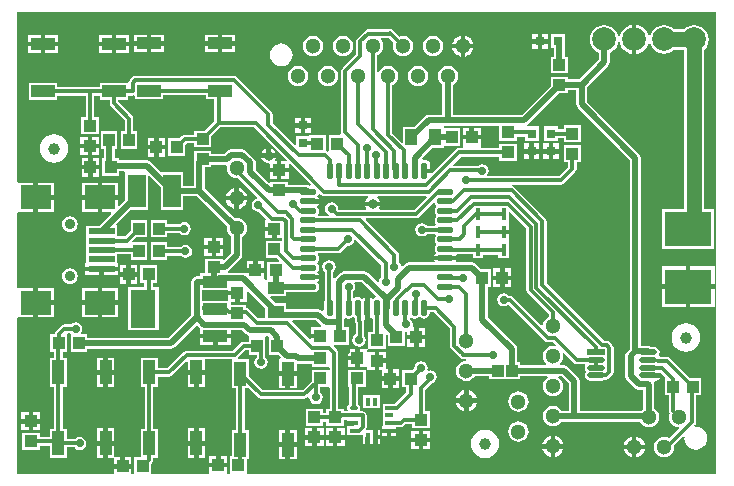
<source format=gtl>
%FSTAX23Y23*%
%MOMM*%
%SFA1B1*%

%IPPOS*%
%ADD10R,0.999998X1.099998*%
%ADD11R,1.099998X0.999998*%
%ADD12R,3.999992X2.999994*%
%ADD13R,0.999998X0.999998*%
%ADD14O,1.499997X0.499999*%
%ADD15R,1.499997X0.499999*%
%ADD16R,0.799998X0.799998*%
%ADD17R,0.799998X0.799998*%
%ADD18R,0.999998X1.399997*%
%ADD19R,1.499997X2.799994*%
%ADD20R,2.249995X0.499999*%
%ADD21R,2.499995X1.999996*%
%ADD22R,1.999996X0.999998*%
%ADD23R,1.999996X0.999998*%
%ADD24R,0.999998X1.999996*%
%ADD25R,0.999998X1.999996*%
%ADD26O,1.399997X0.549999*%
%ADD27O,0.549999X1.399997*%
%ADD28R,1.399997X0.999998*%
%ADD29R,2.149996X3.249994*%
%ADD30R,2.149996X0.999998*%
%ADD31R,0.329999X0.689999*%
%ADD32R,0.689999X0.329999*%
%ADD33O,0.689999X0.329999*%
%ADD34R,0.449999X0.999998*%
%ADD35R,1.699997X0.399999*%
%ADD36C,0.299999*%
%ADD37C,1.299997*%
%ADD38C,0.499999*%
%ADD39C,1.299997*%
%ADD40C,1.999996*%
%ADD41C,0.899998*%
%ADD42C,0.999998*%
%ADD43C,0.799998*%
%ADD44C,0.699999*%
%LNmain_board-1*%
%LPD*%
G36*
X31219Y18159D02*
Y17169D01*
X31169Y17139*
X31049Y16949*
X31009Y16759*
X30899Y16699*
X30109Y17489*
X29959Y17589*
X29779Y17619*
X28089*
X27919Y17589*
X27769Y17489*
X27279Y16999*
X27219Y17019*
X27159Y17049*
Y17559*
X27199Y17579*
X27319Y17769*
X27359Y17979*
X27319Y18199*
X27199Y18379*
X27009Y18499*
X26799Y18549*
X26579Y18499*
X26399Y18379*
X26279Y18199*
X26229Y17979*
X26279Y17769*
X26399Y17579*
X26439Y17559*
Y15209*
X26389Y15129*
X26349Y14939*
Y14299*
X26229Y14249*
X26219Y14259*
X26069Y14359*
X25889Y14399*
X23179*
Y14889*
X22289*
X21809Y15369*
X21859Y15489*
X23179*
Y15859*
X24479*
X24609Y15829*
X25459*
X25649Y15869*
X25809Y15979*
X25909Y16129*
X25949Y16319*
X25909Y16509*
X25809Y16659*
X25869Y16779*
X25959Y16909*
Y16929*
X25039*
Y17309*
X25959*
Y17329*
X25869Y17459*
X25809Y17579*
X25909Y17729*
X25949Y17919*
X25909Y18109*
X25819Y18239*
X25809Y18319*
X25819Y18399*
X25909Y18529*
X25949Y18719*
X25909Y18909*
X25829Y19029*
X25869Y19139*
X25879Y19159*
X27569*
X27709Y19189*
X27829Y19269*
X28349Y19789*
X28399Y19779*
X28609Y19819*
X28799Y19949*
X28919Y20129*
X28939Y20249*
X29079Y20299*
X31219Y18159*
G37*
G36*
X18089Y26609D02*
X18139Y26539D01*
Y26529*
X18109Y26339*
X18139Y26119*
X18229Y25909*
X18369Y25729*
X18539Y25589*
X18749Y25509*
X18969Y25479*
X19079Y25489*
X20699Y23869*
X20659Y23749*
X20589Y23739*
X20399Y23609*
X20279Y23429*
X20239Y23219*
X20279Y22999*
X20399Y22819*
X20589Y22689*
X20799Y22649*
X20849Y22659*
X21469Y22039*
X21419Y21919*
X21369*
Y21359*
X22169*
Y21169*
X22359*
Y20419*
X22769*
Y20169*
X21419*
Y18769*
X22369*
X22589Y18549*
X22539Y18429*
X21559*
Y16929*
X21449Y16889*
X21369*
X21319Y16999*
Y17489*
X19769*
X19699Y17439*
X19679Y17449*
X19509Y17479*
X18259*
X18219Y17609*
X18269Y17639*
X19299Y18669*
X19399Y18819*
X19439Y18999*
Y20539*
X19579Y20649*
X19719Y20829*
X19809Y21039*
X19829Y21259*
X19809Y21479*
X19719Y21689*
X19579Y21869*
X19399Y22009*
X19199Y22089*
X18969Y22119*
X18789Y22099*
X16289Y24599*
Y26409*
X16829*
Y26649*
X18039*
X18089Y26609*
G37*
G36*
X26149Y24079D02*
X26269Y23999D01*
X26399Y23979*
X30059*
X30099Y23849*
X30009Y23779*
X29909Y23649*
X29849Y23509*
X31109*
X31049Y23649*
X30949Y23779*
X30859Y23849*
X30899Y23979*
X35029*
X35079Y23859*
X34029Y22809*
X31079*
X31019Y22939*
X31049Y22989*
X31109Y23129*
X29849*
X29909Y22989*
X29939Y22939*
X29879Y22809*
X27659*
X27559Y22909*
X27519Y23129*
X27399Y23309*
X27219Y23429*
X26999Y23469*
X26779Y23429*
X26599Y23309*
X26479Y23129*
X26439Y22909*
X26479Y22689*
X26599Y22509*
X26759Y22409*
X26729Y22279*
X25879*
X25869Y22299*
X25829Y22409*
X25909Y22529*
X25949Y22719*
X25909Y22909*
X25809Y23059*
X25869Y23179*
X25959Y23309*
Y23329*
X25039*
Y23709*
X25959*
Y23729*
X25869Y23859*
X25809Y23979*
X25909Y24129*
X25919Y24159*
X26039Y24189*
X26149Y24079*
G37*
G36*
X59589Y00409D02*
X19929D01*
X19819Y00439*
Y00529*
Y01739*
X19989*
Y04149*
X19649*
Y07739*
X19979*
X20789Y06929*
X20899Y06859*
X21039Y06829*
X24699*
X24839Y06859*
X24959Y06929*
X25009Y06979*
X25119Y06919*
X25159Y06719*
X25279Y06539*
X25459Y06409*
X25679Y06369*
X25899Y06409*
X26079Y06539*
X26199Y06719*
X26239Y06929*
X26199Y07149*
X26079Y07329*
X26039Y07359*
Y07839*
X26809*
X26859Y07739*
Y05949*
X26549*
Y05599*
X26309*
Y05949*
X24799*
Y04539*
X26309*
Y04879*
X26549*
Y04539*
X28059*
Y05039*
X28279*
Y04939*
X28879*
Y04549*
X28279*
Y04329*
X28329*
Y03729*
X29429*
X29529Y03779*
X29639Y03719*
Y02969*
X29859*
Y03569*
X30249*
Y02969*
X30509*
Y03569*
Y04169*
X30019*
X29959Y04289*
X29989Y04409*
Y05399*
X29959Y05529*
X29879Y05649*
X29759Y05729*
X29629Y05759*
X29459*
X29409Y05819*
X29399Y05889*
Y05899*
X29429Y06049*
X29399Y06189*
X29319Y06309*
X29239Y06369*
Y07839*
X29939*
Y09209*
X30019Y09279*
X30049Y09289*
X30649*
Y10049*
Y10799*
X30119*
X30029*
X29989Y10909*
Y10959*
X30069Y11029*
X30099Y11039*
X31589*
Y12229*
X31719Y12289*
X31769Y12249*
Y11289*
X33179*
Y12469*
X33279Y12549*
X33319Y12539*
X33419Y12459*
Y12229*
X33979*
Y12839*
X33959*
X33859Y12969*
X33889Y13109*
X33849Y13319*
X33719Y13509*
X33639Y13559*
X33629Y13599*
X33639Y13649*
X33769Y13699*
X33849Y13639*
X34039Y13609*
X34219Y13639*
X34349Y13729*
X34439Y13739*
X34519Y13729*
X34649Y13639*
X34839Y13609*
X35019Y13639*
X35179Y13749*
X35289Y13909*
X35319Y14099*
Y14159*
X35659*
X37039Y12779*
Y11319*
X37069Y11179*
X37149Y11059*
X37839Y10369*
X37899Y10289*
X38009Y10209*
X38149Y10179*
X38389*
Y10049*
X38179Y10029*
X37969Y09939*
X37799Y09799*
X37659Y09629*
X37569Y09419*
X37539Y09189*
X37569Y08969*
X37659Y08759*
X37799Y08589*
X37969Y08449*
X38179Y08359*
X38399Y08329*
X38629Y08359*
X38839Y08449*
X39009Y08589*
X39129Y08729*
X40349*
Y08489*
X42959*
Y08729*
X45259*
X45289Y08669*
X45299Y08609*
X45139Y08479*
X44999Y08299*
X44909Y08099*
X44879Y07869*
X44909Y07649*
X44999Y07439*
X45139Y07269*
X45319Y07129*
X45519Y07039*
X45749Y07009*
X45969Y07039*
X46179Y07129*
X46349Y07269*
X46489Y07439*
X46579Y07649*
X46609Y07869*
X46579Y08099*
X46489Y08299*
X46349Y08479*
X46189Y08609*
X46199Y08669*
X46229Y08729*
X46469*
X47089Y08109*
Y05799*
X46469*
X46349Y05939*
X46179Y06079*
X45969Y06169*
X45749Y06189*
X45519Y06169*
X45319Y06079*
X45139Y05939*
X44999Y05759*
X44909Y05559*
X44879Y05329*
X44909Y05109*
X44999Y04899*
X45139Y04729*
X45319Y04589*
X45519Y04499*
X45749Y04469*
X45969Y04499*
X46179Y04589*
X46349Y04729*
X46469Y04869*
X53149*
Y04849*
X53289Y04669*
X53469Y04539*
X53679Y04449*
X53899Y04419*
X54119Y04449*
X54329Y04539*
X54509Y04669*
X54639Y04849*
X54729Y05059*
X54759Y05279*
X54729Y05509*
X54639Y05709*
X54509Y05889*
X54329Y06029*
X54309Y06039*
Y07999*
X54279Y08149*
X54289Y08189*
X54349Y08289*
X54499Y08319*
X54669Y08429*
X54779Y08599*
X53799*
Y08979*
X54299*
X54319*
X54829*
X54919Y09009*
X55249Y08679*
X55219Y08599*
Y07099*
X55559*
Y05799*
X55589Y05669*
X55639Y05579*
X55609Y05509*
X55579Y05279*
X55609Y05059*
X55689Y04849*
X55829Y04669*
X56009Y04539*
X56219Y04449*
X56389Y04429*
X56439Y04299*
X55609Y03479*
X55599Y03489*
X55389Y03569*
X55169Y03599*
X54949Y03569*
X54739Y03489*
X54559Y03349*
X54419Y03169*
X54339Y02969*
X54309Y02739*
X54339Y02519*
X54419Y02309*
X54559Y02129*
X54739Y01999*
X54949Y01909*
X55169Y01879*
X55389Y01909*
X55599Y01999*
X55779Y02129*
X55909Y02309*
X55999Y02519*
X56029Y02739*
X56009Y02859*
X56769Y03609*
X56889Y03549*
X56879Y03479*
X56909Y03229*
X57009Y02999*
X57159Y02799*
X57359Y02649*
X57589Y02549*
X57839Y02519*
X58089Y02549*
X58319Y02649*
X58519Y02799*
X58669Y02999*
X58769Y03229*
X58799Y03479*
X58769Y03729*
X58669Y03959*
X58519Y04159*
X58319Y04319*
X58089Y04409*
X57839Y04439*
X57769*
X57709Y04559*
X57749Y04589*
X57829Y04709*
X57849Y04849*
Y07099*
X58319*
Y08599*
X57379*
X55689Y10289*
X55569Y10369*
X55429Y10389*
X54769*
X54699Y10519*
X54729Y10569*
X54769Y10739*
X54729Y10919*
X54629Y11069*
X54479Y11169*
X54299Y11209*
X54079*
X53979Y11279*
X53799Y11309*
X53159*
Y27229*
X53129Y27409*
X53029Y27559*
X48629Y31949*
Y33199*
X50419Y34979*
X50519Y35129*
X50549Y35309*
Y36129*
X50699Y36189*
X50949Y36379*
X51139Y36629*
X51259Y36919*
X51269Y36979*
X51399*
X51409Y36909*
X51529Y36599*
X51729Y36339*
X51999Y36139*
X52299Y36009*
X52439Y35999*
Y37239*
Y38479*
X52299Y38459*
X51999Y38329*
X51729Y38129*
X51529Y37869*
X51409Y37559*
X51399Y37489*
X51269*
X51259Y37549*
X51139Y37839*
X50949Y38089*
X50699Y38289*
X50399Y38409*
X50089Y38449*
X49769Y38409*
X49479Y38289*
X49229Y38089*
X49039Y37839*
X48919Y37549*
X48879Y37239*
X48919Y36919*
X49039Y36629*
X49229Y36379*
X49479Y36189*
X49629Y36129*
Y35499*
X47979Y33849*
X47059*
Y34089*
X45549*
Y33289*
X43129Y30869*
X37319*
Y33419*
X37459Y33529*
X37599Y33709*
X37689Y33909*
X37719Y34139*
X37689Y34359*
X37599Y34569*
X37459Y34749*
X37289Y34879*
X37079Y34969*
X36859Y34999*
X36629Y34969*
X36429Y34879*
X36249Y34749*
X36109Y34569*
X36019Y34359*
X35989Y34139*
X36019Y33909*
X36109Y33709*
X36249Y33529*
X36389Y33419*
Y30869*
X35219*
X35039Y30829*
X34889Y30729*
X34019Y29859*
X33069*
Y28559*
X32949Y28509*
X32139Y29329*
Y33359*
X32209Y33389*
X32379Y33529*
X32519Y33709*
X32609Y33909*
X32639Y34139*
X32609Y34359*
X32519Y34569*
X32379Y34749*
X32209Y34879*
X31999Y34969*
X31779Y34999*
X31549Y34969*
X31349Y34879*
X31169Y34749*
X31029Y34569*
X30989Y34479*
X30869Y34499*
Y35899*
X30939Y35929*
X31109Y36069*
X31249Y36249*
X31339Y36449*
X31369Y36679*
X31339Y36899*
X31249Y37109*
X31149Y37239*
X31199Y37369*
X31839*
X32239Y36969*
X32209Y36899*
X32179Y36679*
X32209Y36449*
X32299Y36249*
X32439Y36069*
X32619Y35929*
X32819Y35849*
X33049Y35819*
X33269Y35849*
X33479Y35929*
X33649Y36069*
X33789Y36249*
X33879Y36449*
X33909Y36679*
X33879Y36899*
X33789Y37109*
X33649Y37289*
X33479Y37419*
X33269Y37509*
X33049Y37539*
X32819Y37509*
X32749Y37479*
X32179Y38049*
X32069Y38129*
X31929Y38159*
X31789Y38129*
X31739Y38089*
X30069*
X29929Y38059*
X29809Y37989*
X29199Y37369*
X29119Y37249*
X29089Y37109*
Y35989*
X27929Y34829*
X27849Y34709*
X27819Y34569*
Y29359*
X27829Y29299*
X27739Y29179*
X26789*
Y27799*
X26739Y27759*
X26659Y27739*
X26569Y27799*
X26499Y27819*
Y29179*
X25089*
Y29059*
X23979*
Y28369*
X23869Y28319*
X22009Y30179*
Y30899*
X21979Y31039*
X21899Y31159*
X18999Y34059*
X18889Y34139*
X18749Y34159*
X10389*
X10249Y34139*
X10129Y34059*
X09899Y33819*
X09819Y33699*
X09789Y33569*
Y33549*
X07379*
Y33209*
X03789*
Y33549*
X01379*
Y32149*
X03789*
Y32489*
X06169*
Y30639*
X05769*
Y29229*
X07279*
Y30639*
X06889*
Y32489*
X07379*
Y32149*
X08229*
Y31819*
X08259Y31689*
X08329Y31569*
X09509Y30399*
Y29459*
X09159*
Y27949*
X10569*
Y29459*
X10229*
Y30539*
X10199Y30679*
X10119Y30799*
X08949Y31969*
Y32149*
X09789*
Y32489*
X10149*
X10219Y32499*
X10349Y32419*
Y32199*
X12759*
Y32539*
X16349*
Y32199*
X17079*
Y30319*
X16279Y29519*
X15319*
Y29179*
X14579*
X14439Y29149*
X14319Y29069*
X14119Y28869*
X13179*
Y27359*
X14579*
Y28309*
X14729Y28459*
X15319*
Y28109*
X16829*
Y29049*
X17589Y29809*
X20419*
X23189Y27049*
X23139Y26929*
X22749*
Y26359*
X23359*
Y26709*
X23479Y26759*
X25229Y24999*
X25189Y24859*
X25139Y24849*
X25059Y24899*
X24879Y24939*
X23309*
Y25179*
X21799*
Y25169*
X21679Y25119*
X20589Y26219*
Y26819*
X20549Y26989*
X20449Y27139*
X19779Y27819*
X19629Y27919*
X19449Y27959*
X18499*
X18319Y27919*
X18169Y27819*
X17929Y27579*
X16829*
Y27819*
X15319*
Y26409*
X15359*
Y24869*
X14439*
Y26009*
X12539*
X11679Y26869*
X11529Y26969*
X11359Y26999*
X08999*
Y27169*
X08629*
Y27949*
X08869*
Y29459*
X07459*
Y27949*
X07699*
Y27169*
X07589*
Y25659*
X08999*
Y26079*
X09439*
X09539Y26009*
Y23669*
X09019Y23159*
X08909Y23199*
Y23669*
X07589*
Y22599*
X08299*
X08349Y22479*
X07329Y21459*
X06199*
Y20549*
Y19749*
Y18949*
Y18309*
X06149*
Y17999*
X07529*
X08909*
Y18309*
X08849*
Y19049*
X09979*
Y18549*
X11379*
Y20059*
X10179*
X10129Y20169*
X10439Y20479*
X11379*
Y21989*
X09979*
Y21039*
X09499Y20569*
X08849*
Y21459*
X08799*
X08749Y21579*
X09979Y22809*
X11439*
Y25639*
X11559Y25689*
X12539Y24709*
Y22809*
X14439*
Y23949*
X15629*
X18139Y21439*
X18109Y21259*
X18139Y21039*
X18229Y20829*
X18369Y20649*
X18509Y20539*
Y19189*
X17909Y18589*
X17799Y18639*
Y18669*
X16289*
Y17429*
X15889*
Y17189*
X15589*
X15419Y17149*
X15269Y17049*
X15169Y16899*
X15129Y16729*
Y13909*
X13219Y11989*
X06299*
Y12279*
X05849*
X05779Y12409*
X05859Y12529*
X05909Y12749*
X05859Y12969*
X05739Y13149*
X05559Y13269*
X05339Y13309*
X05129Y13269*
X04939Y13149*
X04919Y13109*
X04369*
X04229Y13079*
X04109Y13009*
X03649Y12539*
X03569Y12419*
X03539Y12279*
X03199*
Y10779*
X03509*
Y10249*
X03159*
Y07839*
X03509*
Y04249*
X03159*
Y03569*
X02299*
Y03919*
X00799*
Y02509*
X02299*
Y02849*
X03159*
Y01839*
X04569*
Y02689*
X05239*
X05269Y02649*
X05449Y02519*
X05669Y02479*
X05879Y02519*
X06069Y02649*
X06189Y02829*
X06229Y03049*
X06189Y03259*
X06069Y03439*
X05879Y03569*
X05669Y03609*
X05449Y03569*
X05269Y03439*
X05239Y03409*
X04569*
Y04249*
X04229*
Y07839*
X04569*
Y10249*
X04229*
Y10779*
X04599*
Y12279*
X04649Y12389*
X04849*
X04899Y12279*
Y10779*
X06299*
Y11069*
X13409*
X13579Y11099*
X13729Y11199*
X15589Y13059*
X15839Y12809*
Y12319*
X17169*
X18499*
Y12619*
X19419*
X19759Y12279*
X19909Y12179*
X20009Y12159*
X19999Y12029*
X19989*
Y11639*
X19549*
X19409Y11609*
X19289Y11529*
X18639Y10879*
X14729*
X14589Y10849*
X14469Y10769*
X13109Y09409*
X12269*
Y10249*
X10859*
Y07839*
X11199*
Y04249*
X10859*
Y01849*
X10309*
Y00409*
X10059*
Y00899*
X09309*
X08559*
Y00409*
X00409*
Y13589*
X00449Y13699*
X00529*
X01759*
Y14959*
Y16209*
X00529*
X00449*
X00409Y16319*
Y22489*
X00449Y22599*
X00529*
X01759*
Y23859*
Y25109*
X00529*
X00449*
X00409Y25219*
Y39589*
X59589*
Y00409*
G37*
G36*
X47709Y31759D02*
D01*
X47749Y31579*
X47849Y31439*
X52239Y27039*
Y11039*
X51999Y10799*
X51899Y10649*
X51859Y10469*
Y08709*
X51899Y08529*
X51999Y08379*
X52659Y07709*
X52809Y07609*
X52989Y07579*
X53389*
Y05969*
X53289Y05889*
X53219Y05799*
X48009*
Y08309*
X47979Y08479*
X47879Y08629*
X46989Y09519*
X46839Y09619*
X46659Y09659*
X46369*
X46329Y09779*
X46349Y09809*
X46489Y09979*
X46579Y10189*
X46609Y10409*
X46579Y10619*
X46619Y10649*
X46689Y10679*
X47539Y09839*
X47649Y09759*
X47789Y09729*
X48419*
X48459Y09649*
X48469Y09609*
X48439Y09439*
X48479Y09269*
X48579Y09119*
X48479Y08969*
X48439Y08789*
X48479Y08619*
X48579Y08469*
X48729Y08369*
X48899Y08329*
X49899*
X50079Y08369*
X50179Y08429*
X50259*
X50399Y08459*
X50519Y08539*
X50779Y08799*
X50849Y08919*
X50879Y09049*
Y11129*
X50849Y11259*
X50779Y11379*
X50549Y11599*
X50439Y11679*
X50299Y11709*
X50089*
X45219Y16579*
Y21839*
X45189Y21979*
X45109Y22099*
X42489Y24709*
X42379Y24789*
X42289Y24809*
X42299Y24939*
X46409*
X46539Y24969*
X46659Y25039*
X47649Y26029*
X47729Y26149*
X47759Y26289*
Y26869*
X48149*
Y28279*
X46639*
Y26869*
X47039*
Y26439*
X46259Y25659*
X40269*
X40199Y25789*
X40269Y25899*
X40319Y26109*
X40269Y26329*
X40149Y26509*
X39969Y26629*
X39749Y26679*
X39539Y26629*
X39369Y26519*
X37309*
X37259Y26639*
X37929Y27309*
X41179*
Y26969*
X42689*
Y28379*
X41179*
Y28029*
X39649*
X39629Y28149*
Y28159*
Y28769*
X38869*
X38119*
Y28159*
Y28149*
X38099Y28029*
X37779*
X37649Y28009*
X37529Y27929*
X35489Y25889*
X35399Y25929*
X34839*
Y26309*
X35369*
Y26549*
X35329Y26749*
X35219Y26929*
X35039Y27039*
X34839Y27079*
X34709Y27059*
X34649Y27179*
X35519Y28049*
X36479*
Y28199*
X37879*
Y29709*
X36569*
X36519Y29749*
X36529Y29899*
X36569Y29939*
X41179*
Y28669*
X42689*
Y29009*
X43339*
Y28669*
X44549*
Y29879*
X43579*
X43539Y29999*
X43649Y30079*
X46249Y32689*
X47059*
Y32929*
X47709*
Y31759*
G37*
G36*
X30739Y15539D02*
X30699Y15409D01*
X30649Y15399*
X30489Y15289*
X30379Y15349*
X30239Y15439*
X30229Y15449*
Y14519*
Y13589*
X30239Y13599*
X30349Y13669*
X30479Y13599*
Y12449*
X30079*
Y11079*
X29999Y11009*
X29969Y10999*
X29379*
Y10249*
Y09489*
X29899*
X29989*
X30029Y09379*
Y09329*
X29949Y09259*
X29919Y09249*
X28429*
Y07839*
X28519*
Y06369*
X28439Y06309*
X28349Y06189*
X28329Y06049*
X28349Y05899*
X28359Y05889*
X28349Y05819*
X28299Y05759*
X28059*
Y05949*
X27579*
Y10709*
X27549Y10849*
X27469Y10969*
X27189Y11249*
X27239Y11359*
X28449*
Y12869*
X28079*
Y13609*
X28199Y13669*
X28249Y13639*
X28439Y13609*
X28619Y13639*
X28749Y13729*
X28839Y13739*
X28919Y13729*
X28979Y13689*
Y13409*
X28999Y13269*
X29049Y13209*
Y12259*
X28939Y12179*
X28819Y11999*
X28769Y11789*
X28819Y11569*
X28939Y11389*
X29119Y11259*
X29339Y11219*
X29549Y11259*
X29739Y11389*
X29859Y11569*
X29899Y11789*
X29859Y11999*
X29769Y12139*
Y13339*
X29739Y13479*
X29749Y13499*
X29829Y13599*
X29849Y13589*
Y14519*
Y15449*
X29829Y15439*
X29689Y15349*
X29579Y15289*
X29419Y15399*
X29239Y15429*
X29049Y15399*
X28939Y15319*
X28809Y15379*
Y15879*
X28849Y15909*
X28969Y16089*
X29009Y16309*
X28969Y16519*
X28929Y16589*
X28989Y16699*
X29589*
X30739Y15539*
G37*
G36*
X21689Y12029D02*
D01*
Y10519*
X22489*
X22699Y10309*
X22649Y10199*
X22529*
Y09129*
X23289*
X24039*
Y09719*
X24139Y09799*
X24189Y09789*
X25309*
Y09539*
X26809*
X26859Y09439*
Y09359*
X26809Y09249*
X26729*
X25309*
Y08299*
X24549Y07549*
X21189*
X19989Y08749*
Y10149*
X19099*
X19059Y10219*
X19049Y10269*
X19699Y10919*
X19989*
Y10519*
X20669*
Y10329*
X20629Y10299*
X20509Y10119*
X20469Y09909*
X20509Y09689*
X20629Y09509*
X20819Y09379*
X21029Y09339*
X21249Y09379*
X21429Y09509*
X21549Y09689*
X21599Y09909*
X21549Y10119*
X21429Y10299*
X21389Y10329*
Y10519*
Y12019*
Y12029*
X21429Y12139*
X21649*
X21689Y12029*
G37*
G36*
X18579Y10149D02*
Y10029D01*
Y07739*
X18929*
Y04149*
X18579*
Y01949*
X18409*
Y00439*
X18299Y00409*
X18169*
Y00999*
X17409*
X16659*
Y00409*
X11709*
Y01289*
X11819Y01389*
X11899Y01509*
X11919Y01649*
Y01839*
X12269*
Y04249*
X11919*
Y07839*
X12269*
Y08689*
X13259*
X13389Y08709*
X13509Y08789*
X14689Y09969*
X14809Y09919*
Y09239*
X15559*
X16319*
Y10159*
X18459*
X18579Y10149*
G37*
G36*
X26129Y13049D02*
X26079Y12919D01*
X25289*
Y12309*
X26049*
Y11929*
X25289*
Y11899*
X25179Y11849*
X23669Y13359*
X23719Y13469*
X25699*
X26129Y13049*
G37*
G36*
X18219Y15949D02*
X19019D01*
Y15759*
X19219*
Y15009*
X19829*
Y15879*
X19949Y15929*
X21369Y14499*
Y13619*
X20799*
X20019Y14399*
X19899Y14479*
X19779Y14499*
Y14759*
X18449*
Y15009*
X18829*
Y15569*
X18219*
Y15129*
X16059*
Y16019*
X18219*
Y15949*
G37*
G36*
X35759Y23359D02*
Y23329D01*
X35869Y23179*
Y23059*
X35759Y22909*
X35719Y22719*
X35759Y22529*
X35849Y22399*
X35859Y22319*
X35849Y22239*
X35759Y22109*
X35719Y21919*
X35759Y21729*
X35839Y21609*
X35799Y21499*
X35789Y21479*
X35079*
X35059Y21519*
X34869Y21639*
X34659Y21679*
X34439Y21639*
X34259Y21519*
X34139Y21339*
X34089Y21119*
X34139Y20899*
X34259Y20719*
X34439Y20599*
X34659Y20559*
X34869Y20599*
X35059Y20719*
X35079Y20759*
X35789*
X35799Y20739*
X35839Y20629*
X35759Y20509*
X35719Y20319*
X35759Y20129*
X35869Y19979*
Y19859*
X35759Y19709*
X35719Y19519*
X35759Y19329*
X35869Y19179*
X35799Y19059*
X35709Y18929*
Y18909*
X36639*
X37559*
Y18929*
X37539Y18959*
X37599Y19069*
X38979*
Y18729*
X39839*
Y19029*
X41129*
Y18729*
X41989*
Y20069*
X42039Y20179*
Y20739*
X41559*
Y21119*
X42039*
Y21679*
X41989Y21729*
Y22589*
X42109Y22629*
X43489Y21249*
Y16019*
X43519Y15879*
X43599Y15759*
X45389Y13969*
Y13729*
X45319Y13699*
X45139Y13559*
X44999Y13379*
X44909Y13179*
X44899Y13069*
X44769Y13019*
X42349Y15439*
X42229Y15519*
X42089Y15549*
X41999*
X41979Y15589*
X41799Y15709*
X41579Y15749*
X41359Y15709*
X41179Y15589*
X41059Y15409*
X41019Y15189*
X41059Y14969*
X41179Y14789*
X41359Y14669*
X41579Y14629*
X41799Y14669*
X41979Y14789*
X45079Y11699*
X45189Y11619*
X45329Y11589*
X45789*
X46009Y11359*
X45979Y11279*
X45949Y11249*
X45749Y11269*
X45519Y11249*
X45319Y11159*
X45139Y11019*
X44999Y10839*
X44909Y10639*
X44879Y10409*
X44909Y10189*
X44999Y09979*
X45139Y09809*
X45169Y09779*
X45119Y09659*
X42959*
Y09899*
X42719*
Y11009*
X42679Y11179*
X42579Y11329*
X40229Y13689*
Y16289*
X40469*
Y17799*
X39659*
X39239Y18229*
X39089Y18329*
X38909Y18359*
X37589*
X37529Y18469*
X37559Y18509*
Y18529*
X36639*
X35709*
Y18509*
X35729Y18489*
X35669Y18379*
X33529*
X33349Y18349*
X33199Y18249*
X33009Y18049*
X32869Y18089*
X32859Y18169*
X32729Y18359*
X32689Y18379*
Y19019*
X32669Y19159*
X32589Y19279*
X29889Y21979*
X29939Y22089*
X34179*
X34319Y22119*
X34439Y22199*
X35629Y23389*
X35759Y23359*
G37*
%LNmain_board-2*%
%LPC*%
G36*
X21319Y18479D02*
X20749D01*
Y17869*
X21319*
Y18479*
G37*
G36*
X20369D02*
X19809D01*
Y17869*
X20369*
Y18479*
G37*
G36*
X21979Y20979D02*
X21369D01*
Y20419*
X21979*
Y20979*
G37*
G36*
X18779Y23609D02*
X18089D01*
Y23559*
X18179Y23339*
X18329Y23159*
X18519Y23009*
X18739Y22919*
X18779Y22909*
Y23609*
G37*
G36*
X19859D02*
X19159D01*
Y22909*
X19209Y22919*
X19429Y23009*
X19619Y23159*
X19759Y23339*
X19849Y23559*
X19859Y23609*
G37*
G36*
X18779Y24689D02*
X18739Y24679D01*
X18519Y24589*
X18329Y24439*
X18179Y24259*
X18089Y24039*
Y23989*
X18779*
Y24689*
G37*
G36*
X19159D02*
Y23989D01*
X19859*
X19849Y24039*
X19759Y24259*
X19619Y24439*
X19429Y24589*
X19209Y24679*
X19159Y24689*
G37*
G36*
X31639Y09859D02*
X31029D01*
Y09289*
X31239*
Y08719*
X31799*
Y09339*
X31639*
Y09859*
G37*
G36*
X07679Y08849D02*
X07109D01*
Y07789*
X07679*
Y08849*
G37*
G36*
X08619D02*
X08059D01*
Y07789*
X08619*
Y08849*
G37*
G36*
X32749Y09339D02*
X32179D01*
Y08719*
X32749*
Y09339*
G37*
G36*
X44469Y37739D02*
X44009D01*
Y37269*
X44469*
Y37739*
G37*
G36*
X45319D02*
X44859D01*
Y37269*
X45319*
Y37739*
G37*
G36*
X07679Y10299D02*
X07109D01*
Y09239*
X07679*
Y10299*
G37*
G36*
X08619D02*
X08059D01*
Y09239*
X08619*
Y10299*
G37*
G36*
X39289Y06459D02*
X38599D01*
Y05769*
X38639*
X38859Y05869*
X39049Y06009*
X39189Y06199*
X39289Y06419*
Y06459*
G37*
G36*
X31069Y07119D02*
X29689D01*
Y06019*
X31069*
Y07119*
G37*
G36*
X38209Y06459D02*
X37519D01*
Y06419*
X37619Y06199*
X37759Y06009*
X37949Y05869*
X38169Y05769*
X38209*
Y06459*
G37*
G36*
X02349Y05669D02*
X01739D01*
Y05099*
X02349*
Y05669*
G37*
G36*
X42819Y07439D02*
X42599Y07409D01*
X42389Y07319*
X42219Y07189*
X42079Y07009*
X41989Y06799*
X41959Y06579*
X41989Y06359*
X42079Y06149*
X42219Y05969*
X42389Y05829*
X42599Y05749*
X42819Y05719*
X43049Y05749*
X43249Y05829*
X43429Y05969*
X43569Y06149*
X43659Y06359*
X43679Y06579*
X43659Y06799*
X43569Y07009*
X43429Y07189*
X43249Y07319*
X43049Y07409*
X42819Y07439*
G37*
G36*
X38209Y07539D02*
X38169D01*
X37949Y07439*
X37759Y07299*
X37619Y07109*
X37519Y06889*
Y06849*
X38209*
Y07539*
G37*
G36*
X31799Y08339D02*
X31239D01*
Y07729*
X31799*
Y08339*
G37*
G36*
X32749D02*
X32179D01*
Y07729*
X32749*
Y08339*
G37*
G36*
X38599Y07539D02*
Y06849D01*
X39289*
Y06889*
X39189Y07109*
X39049Y07299*
X38859Y07439*
X38639Y07539*
X38599*
G37*
G36*
X31029Y10799D02*
Y10239D01*
X31639*
Y10799*
X31029*
G37*
G36*
X57009Y16119D02*
X54949D01*
Y14549*
X57009*
Y16119*
G37*
G36*
X59449D02*
X57389D01*
Y14549*
X59449*
Y16119*
G37*
G36*
X08909Y14769D02*
X07589D01*
Y13699*
X08909*
Y14769*
G37*
G36*
X03459D02*
X02139D01*
Y13699*
X03459*
Y14769*
G37*
G36*
X07209D02*
X05899D01*
Y13699*
X07209*
Y14769*
G37*
G36*
Y16209D02*
X05899D01*
Y15149*
X07209*
Y16209*
G37*
G36*
X17359Y37649D02*
X16299D01*
Y37089*
X17359*
Y37649*
G37*
G36*
X08909Y16209D02*
X07589D01*
Y15149*
X08909*
Y16209*
G37*
G36*
X02139D02*
Y15149D01*
X03459*
Y16209*
X02139*
G37*
G36*
X34929Y11849D02*
X34369D01*
Y11239*
X34929*
Y11849*
G37*
G36*
X16979Y11939D02*
X15839D01*
Y11369*
X16979*
Y11939*
G37*
G36*
X33979Y11849D02*
X33419D01*
Y11239*
X33979*
Y11849*
G37*
G36*
X56999Y13209D02*
X56689Y13169D01*
X56389Y13049*
X56139Y12859*
X55949Y12609*
X55829Y12309*
X55789Y11999*
X55829Y11689*
X55949Y11389*
X56139Y11139*
X56389Y10949*
X56689Y10829*
X56999Y10789*
X57309Y10829*
X57609Y10949*
X57859Y11139*
X58049Y11389*
X58169Y11689*
X58209Y11999*
X58169Y12309*
X58049Y12609*
X57859Y12859*
X57609Y13049*
X57309Y13169*
X56999Y13209*
G37*
G36*
X18499Y11939D02*
X17359D01*
Y11369*
X18499*
Y11939*
G37*
G36*
X12809Y37649D02*
X11739D01*
Y37089*
X12809*
Y37649*
G37*
G36*
X11359D02*
X10299D01*
Y37089*
X11359*
Y37649*
G37*
G36*
X12219Y18099D02*
X10809D01*
Y16589*
X11159*
Y16259*
X09789*
Y12599*
X12349*
Y16259*
X11879*
Y16589*
X12219*
Y18099*
G37*
G36*
X18809Y37649D02*
X17739D01*
Y37089*
X18809*
Y37649*
G37*
G36*
X34929Y12839D02*
X34369D01*
Y12229*
X34929*
Y12839*
G37*
G36*
X34379Y03149D02*
X33769D01*
Y02589*
X34379*
Y03149*
G37*
G36*
X35369D02*
X34759D01*
Y02589*
X35369*
Y03149*
G37*
G36*
X46629Y02599D02*
X45939D01*
Y01909*
X45979*
X46199Y01999*
X46389Y02149*
X46539Y02339*
X46629Y02559*
Y02599*
G37*
G36*
X53519Y02549D02*
X52819D01*
Y01859*
X52859*
X53079Y01949*
X53269Y02099*
X53419Y02289*
X53509Y02509*
X53519Y02549*
G37*
G36*
X45549Y02599D02*
X44859D01*
Y02559*
X44959Y02339*
X45099Y02149*
X45289Y01999*
X45509Y01909*
X45549*
Y02599*
G37*
G36*
X25359Y03349D02*
X24749D01*
Y02789*
X25359*
Y03349*
G37*
G36*
X52439Y03629D02*
X52389Y03619D01*
X52169Y03529*
X51979Y03389*
X51839Y03199*
X51749Y02979*
X51739Y02929*
X52439*
Y03629*
G37*
G36*
X52819D02*
Y02929D01*
X53519*
X53509Y02979*
X53419Y03199*
X53269Y03389*
X53079Y03529*
X52859Y03619*
X52819Y03629*
G37*
G36*
X28109Y03349D02*
X27499D01*
Y02789*
X28109*
Y03349*
G37*
G36*
X26359D02*
X25739D01*
Y02789*
X26359*
Y03349*
G37*
G36*
X27109D02*
X26499D01*
Y02789*
X27109*
Y03349*
G37*
G36*
X23089Y02749D02*
X22529D01*
Y01689*
X23089*
Y02749*
G37*
G36*
X08619Y02849D02*
X08059D01*
Y01789*
X08559*
Y01279*
X09119*
Y01899*
X08619*
Y02849*
G37*
G36*
X10059Y01899D02*
X09499D01*
Y01279*
X10059*
Y01899*
G37*
G36*
X24039Y02749D02*
X23479D01*
Y01689*
X24039*
Y02749*
G37*
G36*
X52439Y02549D02*
X51739D01*
X51749Y02509*
X51839Y02289*
X51979Y02099*
X52169Y01949*
X52389Y01859*
X52439*
Y02549*
G37*
G36*
X39999Y04209D02*
X39689Y04169D01*
X39389Y04049*
X39139Y03859*
X38949Y03609*
X38829Y03309*
X38789Y02999*
X38829Y02689*
X38949Y02389*
X39139Y02139*
X39389Y01949*
X39689Y01829*
X39999Y01789*
X40309Y01829*
X40609Y01949*
X40859Y02139*
X41049Y02389*
X41169Y02689*
X41209Y02999*
X41169Y03309*
X41049Y03609*
X40859Y03859*
X40609Y04049*
X40309Y04169*
X39999Y04209*
G37*
G36*
X07679Y02849D02*
X07109D01*
Y01789*
X07679*
Y02849*
G37*
G36*
X31119Y03379D02*
X30899D01*
Y02969*
X31119*
Y03379*
G37*
G36*
X27109Y04299D02*
X26499D01*
Y03729*
X27109*
Y04299*
G37*
G36*
X28109D02*
X27499D01*
Y03729*
X28109*
Y04299*
G37*
G36*
X25359D02*
X24749D01*
Y03729*
X25359*
Y04299*
G37*
G36*
X31689Y03899D02*
X31279D01*
Y03679*
X31689*
Y03899*
G37*
G36*
X32479D02*
X32069D01*
Y03679*
X32479*
Y03899*
G37*
G36*
X26359Y04299D02*
X25739D01*
Y03729*
X26359*
Y04299*
G37*
G36*
X34569Y09979D02*
X34349Y09929D01*
X34169Y09809*
X34049Y09629*
X34009Y09409*
Y09379*
X33929Y09289*
X32989*
Y07779*
X33329*
Y07349*
X32399Y06409*
X31329*
Y05679*
Y04509*
X31279*
Y04289*
X31879*
X32479*
Y04389*
X32839*
X32979Y04409*
X33089Y04489*
X33279Y04679*
X33819*
Y04339*
X35319*
Y05739*
X34929*
Y07569*
X35479Y08119*
X35569Y08139*
X35759Y08259*
X35879Y08449*
X35919Y08659*
X35879Y08879*
X35759Y09059*
X35569Y09179*
X35359Y09229*
X35219Y09199*
X35109Y09299*
X35129Y09409*
X35089Y09629*
X34969Y09809*
X34789Y09929*
X34569Y09979*
G37*
G36*
X01359Y05669D02*
X00749D01*
Y05099*
X01359*
Y05669*
G37*
G36*
X02349Y04719D02*
X01739D01*
Y04159*
X02349*
Y04719*
G37*
G36*
X31119Y04169D02*
X30899D01*
Y03759*
X31119*
Y04169*
G37*
G36*
X01359Y04719D02*
X00749D01*
Y04159*
X01359*
Y04719*
G37*
G36*
X24039Y04199D02*
X23479D01*
Y03129*
X24039*
Y04199*
G37*
G36*
X42819Y04899D02*
X42599Y04869D01*
X42389Y04779*
X42219Y04649*
X42079Y04469*
X41989Y04259*
X41959Y04039*
X41989Y03819*
X42079Y03609*
X42219Y03429*
X42389Y03289*
X42599Y03209*
X42819Y03179*
X43049Y03209*
X43249Y03289*
X43429Y03429*
X43569Y03609*
X43659Y03819*
X43679Y04039*
X43659Y04259*
X43569Y04469*
X43429Y04649*
X43249Y04779*
X43049Y04869*
X42819Y04899*
G37*
G36*
X23089Y04199D02*
X22529D01*
Y03129*
X23089*
Y04199*
G37*
G36*
X45549Y03679D02*
X45509Y03669D01*
X45289Y03579*
X45099Y03439*
X44959Y03249*
X44859Y03029*
Y02979*
X45549*
Y03679*
G37*
G36*
X45939D02*
Y02979D01*
X46629*
Y03029*
X46539Y03249*
X46389Y03439*
X46199Y03579*
X45979Y03669*
X45939Y03679*
G37*
G36*
X07679Y04299D02*
X07109D01*
Y03239*
X07679*
Y04299*
G37*
G36*
X34379Y04089D02*
X33769D01*
Y03529*
X34379*
Y04089*
G37*
G36*
X35369D02*
X34759D01*
Y03529*
X35369*
Y04089*
G37*
G36*
X08619Y04299D02*
X08059D01*
Y03239*
X08619*
Y04299*
G37*
G36*
X07329Y28989D02*
X06719D01*
Y28419*
X07329*
Y28989*
G37*
G36*
X02399Y37599D02*
X01329D01*
Y37039*
X02399*
Y37599*
G37*
G36*
X06339Y28989D02*
X05719D01*
Y28419*
X06339*
Y28989*
G37*
G36*
X11989Y28919D02*
X11429D01*
Y28309*
X11989*
Y28919*
G37*
G36*
X12929D02*
X12369D01*
Y28309*
X12929*
Y28919*
G37*
G36*
X24399Y30609D02*
X23929D01*
Y30149*
X24399*
Y30609*
G37*
G36*
X25239Y29769D02*
X24779D01*
Y29309*
X25239*
Y29769*
G37*
G36*
X24399D02*
X23929D01*
Y29309*
X24399*
Y29769*
G37*
G36*
X06339Y28039D02*
X05719D01*
Y27479*
X06339*
Y28039*
G37*
G36*
X07329D02*
X06719D01*
Y27479*
X07329*
Y28039*
G37*
G36*
X12929Y27929D02*
X12369D01*
Y27309*
X12929*
Y27929*
G37*
G36*
X11989D02*
X11429D01*
Y27309*
X11989*
Y27929*
G37*
G36*
X21479Y28039D02*
X21339Y27979D01*
X21199Y27869*
X21089Y27739*
X21039Y27599*
X21479*
Y28039*
G37*
G36*
X21859D02*
Y27599D01*
X22299*
X22239Y27739*
X22129Y27869*
X21999Y27979*
X21859Y28039*
G37*
G36*
X25239Y30609D02*
X24779D01*
Y30149*
X25239*
Y30609*
G37*
G36*
X09839Y36659D02*
X08779D01*
Y36089*
X09839*
Y36659*
G37*
G36*
X11359Y36709D02*
X10299D01*
Y36149*
X11359*
Y36709*
G37*
G36*
X08399Y36659D02*
X07329D01*
Y36089*
X08399*
Y36659*
G37*
G36*
X02399D02*
X01329D01*
Y36089*
X02399*
Y36659*
G37*
G36*
X03839D02*
X02779D01*
Y36089*
X03839*
Y36659*
G37*
G36*
X12809Y36709D02*
X11739D01*
Y36149*
X12809*
Y36709*
G37*
G36*
X45319Y36889D02*
X44859D01*
Y36429*
X45319*
Y36889*
G37*
G36*
X37929Y37559D02*
X37889D01*
X37669Y37469*
X37479Y37319*
X37339Y37129*
X37239Y36909*
Y36869*
X37929*
Y37559*
G37*
G36*
X44469Y36889D02*
X44009D01*
Y36429*
X44469*
Y36889*
G37*
G36*
X17359Y36709D02*
X16299D01*
Y36149*
X17359*
Y36709*
G37*
G36*
X18809D02*
X17739D01*
Y36149*
X18809*
Y36709*
G37*
G36*
X46769Y37689D02*
X45559D01*
Y36479*
X45839*
Y35789*
X45549*
Y34389*
X47059*
Y35789*
X46769*
Y36479*
Y37689*
G37*
G36*
X22759Y36899D02*
X22509Y36869D01*
X22269Y36769*
X22079Y36619*
X21919Y36419*
X21829Y36189*
X21789Y35939*
X21829Y35689*
X21919Y35459*
X22079Y35259*
X22269Y35099*
X22509Y35009*
X22759Y34979*
X22999Y35009*
X23239Y35099*
X23439Y35259*
X23589Y35459*
X23679Y35689*
X23719Y35939*
X23679Y36189*
X23589Y36419*
X23439Y36619*
X23239Y36769*
X22999Y36869*
X22759Y36899*
G37*
G36*
X34319Y34999D02*
X34089Y34969D01*
X33889Y34879*
X33709Y34749*
X33569Y34569*
X33479Y34359*
X33449Y34139*
X33479Y33909*
X33569Y33709*
X33709Y33529*
X33889Y33389*
X34089Y33309*
X34319Y33279*
X34539Y33309*
X34749Y33389*
X34919Y33529*
X35059Y33709*
X35149Y33909*
X35179Y34139*
X35149Y34359*
X35059Y34569*
X34919Y34749*
X34749Y34879*
X34539Y34969*
X34319Y34999*
G37*
G36*
X24159D02*
X23929Y34969D01*
X23729Y34879*
X23549Y34749*
X23409Y34569*
X23319Y34359*
X23289Y34139*
X23319Y33909*
X23409Y33709*
X23549Y33529*
X23729Y33389*
X23929Y33309*
X24159Y33279*
X24379Y33309*
X24589Y33389*
X24759Y33529*
X24899Y33709*
X24989Y33909*
X25019Y34139*
X24989Y34359*
X24899Y34569*
X24759Y34749*
X24589Y34879*
X24379Y34969*
X24159Y34999*
G37*
G36*
X26699D02*
X26469Y34969D01*
X26269Y34879*
X26089Y34749*
X25949Y34569*
X25859Y34359*
X25829Y34139*
X25859Y33909*
X25949Y33709*
X26089Y33529*
X26269Y33389*
X26469Y33309*
X26699Y33279*
X26919Y33309*
X27129Y33389*
X27299Y33529*
X27439Y33709*
X27529Y33909*
X27559Y34139*
X27529Y34359*
X27439Y34569*
X27299Y34749*
X27129Y34879*
X26919Y34969*
X26699Y34999*
G37*
G36*
X37929Y36489D02*
X37239D01*
Y36439*
X37339Y36219*
X37479Y36029*
X37669Y35889*
X37889Y35799*
X37929Y35789*
Y36489*
G37*
G36*
X35589Y37539D02*
X35359Y37509D01*
X35159Y37419*
X34979Y37289*
X34839Y37109*
X34749Y36899*
X34719Y36679*
X34749Y36449*
X34839Y36249*
X34979Y36069*
X35159Y35929*
X35359Y35849*
X35589Y35819*
X35809Y35849*
X36019Y35929*
X36189Y36069*
X36329Y36249*
X36419Y36449*
X36449Y36679*
X36419Y36899*
X36329Y37109*
X36189Y37289*
X36019Y37419*
X35809Y37509*
X35589Y37539*
G37*
G36*
X38319Y37559D02*
Y36869D01*
X39009*
Y36909*
X38919Y37129*
X38769Y37319*
X38579Y37469*
X38359Y37559*
X38319*
G37*
G36*
X27969Y37539D02*
X27739Y37509D01*
X27539Y37419*
X27359Y37289*
X27219Y37109*
X27129Y36899*
X27099Y36679*
X27129Y36449*
X27219Y36249*
X27359Y36069*
X27539Y35929*
X27739Y35849*
X27969Y35819*
X28189Y35849*
X28399Y35929*
X28569Y36069*
X28709Y36249*
X28799Y36449*
X28829Y36679*
X28799Y36899*
X28709Y37109*
X28569Y37289*
X28399Y37419*
X28189Y37509*
X27969Y37539*
G37*
G36*
X39009Y36489D02*
X38319D01*
Y35789*
X38359Y35799*
X38579Y35889*
X38769Y36029*
X38919Y36219*
X39009Y36439*
Y36489*
G37*
G36*
X25429Y37539D02*
X25199Y37509D01*
X24999Y37419*
X24819Y37289*
X24679Y37109*
X24589Y36899*
X24559Y36679*
X24589Y36449*
X24679Y36249*
X24819Y36069*
X24999Y35929*
X25199Y35849*
X25429Y35819*
X25649Y35849*
X25859Y35929*
X26029Y36069*
X26169Y36249*
X26259Y36449*
X26289Y36679*
X26259Y36899*
X26169Y37109*
X26029Y37289*
X25859Y37419*
X25649Y37509*
X25429Y37539*
G37*
G36*
X13079Y20059D02*
X11679D01*
Y18549*
X13079*
Y18939*
X14209*
X14229Y18909*
X14409Y18779*
X14629Y18739*
X14849Y18779*
X15029Y18909*
X15149Y19089*
X15189Y19299*
X15149Y19519*
X15029Y19699*
X14849Y19829*
X14629Y19869*
X14409Y19829*
X14229Y19699*
X14209Y19659*
X13079*
Y20059*
G37*
G36*
X16849Y19479D02*
X16239D01*
Y18919*
X16849*
Y19479*
G37*
G36*
X10569Y18149D02*
X10009D01*
Y17539*
X10569*
Y18149*
G37*
G36*
X17849Y19479D02*
X17229D01*
Y18919*
X17849*
Y19479*
G37*
G36*
Y20429D02*
X17229D01*
Y19859*
X17849*
Y20429*
G37*
G36*
X16849D02*
X16239D01*
Y19859*
X16849*
Y20429*
G37*
G36*
X52819Y38479D02*
Y37239D01*
Y35999*
X52959Y36009*
X53259Y36139*
X53519Y36339*
X53719Y36599*
X53849Y36909*
X53859Y36979*
X53989*
X53999Y36919*
X54119Y36629*
X54309Y36379*
X54559Y36189*
X54849Y36059*
X55169Y36019*
X55479Y36059*
X55779Y36189*
X56019Y36379*
X56849*
Y22909*
X54999*
Y19509*
X59399*
Y22909*
X58569*
Y36379*
X58759Y36629*
X58879Y36919*
X58919Y37239*
X58879Y37549*
X58759Y37839*
X58569Y38089*
X58319Y38289*
X58019Y38409*
X57709Y38449*
X57389Y38409*
X57099Y38289*
X56849Y38099*
X56019*
X55779Y38289*
X55479Y38409*
X55169Y38449*
X54849Y38409*
X54559Y38289*
X54309Y38089*
X54119Y37839*
X53999Y37549*
X53989Y37489*
X53859*
X53849Y37559*
X53719Y37869*
X53519Y38129*
X53259Y38329*
X52959Y38459*
X52819Y38479*
G37*
G36*
X03839Y37599D02*
X02779D01*
Y37039*
X03839*
Y37599*
G37*
G36*
X10569Y17159D02*
X10009D01*
Y16539*
X10569*
Y17159*
G37*
G36*
X04849Y17859D02*
X04679Y17839D01*
X04519Y17779*
X04389Y17669*
X04279Y17539*
X04219Y17379*
X04189Y17209*
X04219Y17039*
X04279Y16879*
X04389Y16739*
X04519Y16639*
X04679Y16569*
X04849Y16549*
X05019Y16569*
X05179Y16639*
X05319Y16739*
X05419Y16879*
X05489Y17039*
X05509Y17209*
X05489Y17379*
X05419Y17539*
X05319Y17669*
X05179Y17779*
X05019Y17839*
X04849Y17859*
G37*
G36*
X09629Y17159D02*
X09059D01*
Y16539*
X09629*
Y17159*
G37*
G36*
X57009Y18059D02*
X54949D01*
Y16499*
X57009*
Y18059*
G37*
G36*
X59449D02*
X57389D01*
Y16499*
X59449*
Y18059*
G37*
G36*
X09839Y37599D02*
X08779D01*
Y37039*
X09839*
Y37599*
G37*
G36*
X08909Y17619D02*
X07719D01*
Y17299*
X08909*
Y17619*
G37*
G36*
X09629Y18149D02*
X09059D01*
Y17539*
X09629*
Y18149*
G37*
G36*
X07339Y17619D02*
X06149D01*
Y17299*
X07339*
Y17619*
G37*
G36*
X13079Y21989D02*
X11679D01*
Y20479*
X13079*
Y20869*
X14099*
X14129Y20839*
X14309Y20709*
X14529Y20669*
X14739Y20709*
X14929Y20839*
X15049Y21019*
X15089Y21229*
X15049Y21449*
X14929Y21629*
X14739Y21759*
X14529Y21799*
X14309Y21759*
X14129Y21629*
X14099Y21589*
X13079*
Y21989*
G37*
G36*
X07349Y26229D02*
X06779D01*
Y25609*
X07349*
Y26229*
G37*
G36*
X22299Y27219D02*
X21039D01*
X21089Y27079*
X21199Y26939*
X21339Y26839*
X21499Y26769*
X21669Y26749*
X21749Y26669*
Y26359*
X22359*
Y26929*
X22279*
X22219Y27049*
X22239Y27079*
X22299Y27219*
G37*
G36*
X06399Y26229D02*
X05839D01*
Y25609*
X06399*
Y26229*
G37*
G36*
X22359Y25979D02*
X21749D01*
Y25419*
X22359*
Y25979*
G37*
G36*
X23359D02*
X22749D01*
Y25419*
X23359*
Y25979*
G37*
G36*
X06399Y27219D02*
X05839D01*
Y26609*
X06399*
Y27219*
G37*
G36*
X07349D02*
X06779D01*
Y26609*
X07349*
Y27219*
G37*
G36*
X03499Y29209D02*
X03189Y29169D01*
X02889Y29049*
X02639Y28859*
X02449Y28609*
X02329Y28309*
X02289Y27999*
X02329Y27689*
X02449Y27389*
X02639Y27139*
X02889Y26949*
X03189Y26829*
X03499Y26789*
X03809Y26829*
X04109Y26949*
X04359Y27139*
X04549Y27389*
X04669Y27689*
X04709Y27999*
X04669Y28309*
X04549Y28609*
X04359Y28859*
X04109Y29049*
X03809Y29169*
X03499Y29209*
G37*
G36*
X08399Y37599D02*
X07329D01*
Y37039*
X08399*
Y37599*
G37*
G36*
X07209Y23669D02*
X05899D01*
Y22599*
X07209*
Y23669*
G37*
G36*
X04849Y22259D02*
X04679Y22239D01*
X04519Y22179*
X04389Y22069*
X04279Y21939*
X04219Y21779*
X04189Y21609*
X04219Y21439*
X04279Y21279*
X04389Y21139*
X04519Y21039*
X04679Y20969*
X04849Y20949*
X05019Y20969*
X05179Y21039*
X05319Y21139*
X05419Y21279*
X05489Y21439*
X05509Y21609*
X05489Y21779*
X05419Y21939*
X05319Y22069*
X05179Y22179*
X05019Y22239*
X04849Y22259*
G37*
G36*
X03459Y23669D02*
X02139D01*
Y22599*
X03459*
Y23669*
G37*
G36*
X08909Y25109D02*
X07589D01*
Y24049*
X08909*
Y25109*
G37*
G36*
X02139D02*
Y24049D01*
X03459*
Y25109*
X02139*
G37*
G36*
X07209D02*
X05899D01*
Y24049*
X07209*
Y25109*
G37*
G36*
X38679Y29759D02*
X38119D01*
Y29149*
X38679*
Y29759*
G37*
G36*
X48149Y29979D02*
X46639D01*
Y29629*
X46199*
Y29879*
X44989*
Y28669*
X46199*
Y28909*
X46639*
Y28569*
X48149*
Y29979*
G37*
G36*
X39629Y29759D02*
X39059D01*
Y29149*
X39629*
Y29759*
G37*
G36*
X46249Y27579D02*
X45779D01*
Y27119*
X46249*
Y27579*
G37*
G36*
X44599Y28429D02*
X44129D01*
Y27959*
X44599*
Y28429*
G37*
G36*
X46249D02*
X45779D01*
Y27959*
X46249*
Y28429*
G37*
G36*
X45399D02*
X44939D01*
Y27959*
X45399*
Y28429*
G37*
G36*
X43749D02*
X43289D01*
Y27959*
X43749*
Y28429*
G37*
G36*
X44599Y27579D02*
X44129D01*
Y27119*
X44599*
Y27579*
G37*
G36*
X45399D02*
X44939D01*
Y27119*
X45399*
Y27579*
G37*
G36*
X43749D02*
X43289D01*
Y27119*
X43749*
Y27579*
G37*
G36*
X28989Y10059D02*
X28379D01*
Y09489*
X28989*
Y10059*
G37*
G36*
Y10999D02*
X28379D01*
Y10439*
X28989*
Y10999*
G37*
G36*
X24039Y08749D02*
X23479D01*
Y07689*
X24039*
Y08749*
G37*
G36*
X23089D02*
X22529D01*
Y07689*
X23089*
Y08749*
G37*
G36*
X16319Y08849D02*
X15749D01*
Y07789*
X16319*
Y08849*
G37*
G36*
X15369D02*
X14809D01*
Y07789*
X15369*
Y08849*
G37*
G36*
X18169Y01999D02*
X17599D01*
Y01379*
X18169*
Y01999*
G37*
G36*
X17219D02*
X16659D01*
Y01379*
X17219*
Y01999*
G37*
G36*
X16319Y02849D02*
X15749D01*
Y01789*
X16319*
Y02849*
G37*
G36*
X15369D02*
X14809D01*
Y01789*
X15369*
Y02849*
G37*
G36*
X16319Y04299D02*
X15749D01*
Y03239*
X16319*
Y04299*
G37*
G36*
X15369D02*
X14809D01*
Y03239*
X15369*
Y04299*
G37*
G36*
X41269Y16849D02*
X40709D01*
Y16239*
X41269*
Y16849*
G37*
G36*
X42219D02*
X41659D01*
Y16239*
X42219*
Y16849*
G37*
G36*
X41269Y17849D02*
X40709D01*
Y17229*
X41269*
Y17849*
G37*
G36*
X42219D02*
X41659D01*
Y17229*
X42219*
Y17849*
G37*
%LNmain_board-3*%
%LPD*%
G54D10*
X12179Y28119D03*
X13879D03*
X09309Y01089D03*
X11009D03*
X17409Y01189D03*
X19109D03*
X09819Y17349D03*
X11519D03*
X57619Y07849D03*
X55919D03*
X37169Y28959D03*
X38869D03*
X08289Y26419D03*
X06589D03*
X08169Y28699D03*
X09869D03*
X05599Y11529D03*
X03899D03*
X27489Y28419D03*
X25789D03*
X39759Y17039D03*
X41459D03*
X26049Y12119D03*
X27749D03*
X22259Y17679D03*
X20559D03*
X31989Y08529D03*
X33689D03*
X22389Y11279D03*
X20689D03*
X10679Y21229D03*
X12379D03*
X10679Y19299D03*
X12379D03*
X32469Y12039D03*
X34169D03*
G54D11*
X06529Y28229D03*
Y29929D03*
X01549Y04909D03*
Y03209D03*
X19019Y15759D03*
Y14059D03*
X17039Y17969D03*
Y19669D03*
X46299Y33389D03*
Y35089D03*
X41939Y27669D03*
Y29369D03*
X47399Y27569D03*
Y29269D03*
X22559Y24469D03*
Y26169D03*
X16079Y27119D03*
Y28819D03*
X22169Y21169D03*
Y19469D03*
X26059Y10249D03*
Y08549D03*
X34569Y03339D03*
Y05039D03*
X25549Y05239D03*
Y03539D03*
X27309Y05239D03*
Y03539D03*
X30839Y10049D03*
Y11749D03*
X29179Y10249D03*
Y08549D03*
G54D12*
X57199Y16309D03*
Y21209D03*
G54D13*
X42259Y09189D03*
X41059D03*
G54D14*
X53799Y08789D03*
Y09439D03*
Y10089D03*
Y10739D03*
X49399Y08789D03*
Y09439D03*
Y10089D03*
G54D15*
X49399Y10739D03*
G54D16*
X44669Y37079D03*
X46169D03*
G54D17*
X43939Y27769D03*
Y29269D03*
X24589Y29959D03*
Y28459D03*
X45589Y27769D03*
Y29269D03*
G54D18*
X33769Y28959D03*
X35769D03*
G54D19*
X10489Y24409D03*
X13489D03*
G54D20*
X07529Y21009D03*
Y20209D03*
Y19409D03*
Y18609D03*
Y17809D03*
G54D21*
X07399Y23859D03*
Y14959D03*
X01949D03*
Y23859D03*
G54D22*
X11549Y36899D03*
X17549D03*
X02589Y36849D03*
X08589D03*
G54D23*
X11549Y32899D03*
X17549D03*
X02589Y32849D03*
X08589D03*
G54D24*
X07869Y09049D03*
Y03049D03*
X15559Y09049D03*
Y03049D03*
X23289Y08939D03*
Y02939D03*
G54D25*
X03869Y09049D03*
Y03049D03*
X11559Y09049D03*
Y03049D03*
X19289Y08939D03*
Y02939D03*
G54D26*
X25039Y16319D03*
Y17119D03*
Y17919D03*
Y18719D03*
Y19519D03*
Y20319D03*
Y21119D03*
Y21919D03*
Y22719D03*
Y23519D03*
Y24319D03*
X36639D03*
Y23519D03*
Y22719D03*
Y21919D03*
Y21119D03*
Y20319D03*
Y19519D03*
Y18719D03*
Y17919D03*
Y17119D03*
Y16319D03*
G54D27*
X26839Y26119D03*
X27639D03*
X28439D03*
X29239D03*
X30039D03*
X30839D03*
X31639D03*
X32439D03*
X33239D03*
X34039D03*
X34839D03*
Y14519D03*
X34039D03*
X33239D03*
X32439D03*
X31639D03*
X30839D03*
X30039D03*
X29239D03*
X28439D03*
X27639D03*
X26839D03*
G54D28*
X22279Y14189D03*
Y16189D03*
G54D29*
X11069Y14429D03*
G54D30*
X17169Y16729D03*
Y14429D03*
Y12129D03*
G54D31*
X30049Y06569D03*
X30699D03*
Y03569D03*
X30049D03*
G54D32*
X31879Y06049D03*
Y05399D03*
Y04749D03*
Y04099D03*
X28879D03*
Y04749D03*
Y05399D03*
G54D33*
X28879Y06049D03*
G54D34*
X39409Y19429D03*
Y20929D03*
Y22429D03*
X41559Y19429D03*
Y20929D03*
Y22429D03*
G54D35*
X40489Y22429D03*
Y19429D03*
Y20929D03*
G54D36*
X50519Y09049D02*
Y11129D01*
X43849Y16019D02*
Y21399D01*
X44349Y16229D02*
Y21609D01*
X50299Y11349D02*
X50519Y11129D01*
X49939Y11349D02*
X50299D01*
X44859Y16429D02*
X49939Y11349D01*
X45749Y12949D02*
Y14119D01*
X43849Y16019D02*
X45749Y14119D01*
X49399Y10739D02*
Y11179D01*
X44349Y16229D02*
X49399Y11179D01*
X44859Y16429D02*
Y21839D01*
X41919Y23329D02*
X43849Y21399D01*
X42059Y23909D02*
X44349Y21609D01*
X42239Y24459D02*
X44859Y21839D01*
X50259Y08789D02*
X50519Y09049D01*
X49399Y08789D02*
X50259D01*
X38249Y24459D02*
X42239D01*
X38809Y23909D02*
X42059D01*
X39019Y23329D02*
X41919D01*
X03869Y03049D02*
X05669D01*
X39409Y20929D02*
X41559D01*
X11179Y14529D02*
X11519Y14869D01*
X16299Y14429D02*
X17169D01*
X11179Y14529D02*
D01*
X16199D02*
X16409D01*
X16199D02*
X16299Y14429D01*
X11519Y14869D02*
Y17349D01*
X06549Y32849D02*
X08589D01*
X06529Y32819D02*
X06549Y32849D01*
X08589Y31819D02*
Y32849D01*
X06529Y29929D02*
Y32819D01*
X03869Y03209D02*
Y09049D01*
X01549Y03209D02*
X03699D01*
X11009Y01089D02*
X11559Y01649D01*
Y03049*
X19289Y01369D02*
Y02939D01*
X13879Y28119D02*
X14579Y28819D01*
X16079*
X19759Y14149D02*
X20649Y13259D01*
X18309Y14149D02*
X19759D01*
X18029Y14429D02*
X18309Y14149D01*
X07529Y19409D02*
X10579D01*
X07529Y20209D02*
X09649D01*
X10679Y21229*
X55429Y10029D02*
X57619Y07849D01*
X54639Y10029D02*
X55429D01*
X54999Y09439D02*
X55919Y08519D01*
Y07849D02*
Y08519D01*
Y05799D02*
X56439Y05279D01*
X55919Y05799D02*
Y07849D01*
X57489Y07719D02*
X57619Y07849D01*
X57489Y04849D02*
Y07719D01*
X55389Y02739D02*
X57489Y04849D01*
X55169Y02739D02*
X55389D01*
X38249Y21459D02*
X39219Y22429D01*
X38249Y20729D02*
Y21459D01*
X37849Y20319D02*
X38249Y20729D01*
X36639Y20319D02*
X37849D01*
X39219Y22429D02*
X39409D01*
X40489*
X41559*
X36729Y19429D02*
X40489D01*
X41559*
X12379Y19299D02*
X14629D01*
X12379Y21229D02*
X14529D01*
X29239Y14519D02*
X29259Y14549D01*
X29339Y14469*
Y11789D02*
X29409Y11849D01*
X30839Y11749D02*
Y14519D01*
X37609Y21919D02*
X39019Y23329D01*
X36639Y21919D02*
X37609D01*
X19289Y02939D02*
Y08939D01*
X21039Y07189*
X24699*
X03869Y09049D02*
Y11499D01*
X03899Y11529*
X11559Y03049D02*
Y09049D01*
X13259*
X25549Y05239D02*
X27219D01*
X17169Y14429D02*
X18029D01*
X27309Y05239D02*
X27699D01*
X27849Y05399*
X28879*
X33129Y05039D02*
X34569D01*
X32839Y04749D02*
X33129Y05039D01*
X31879Y04749D02*
X32839D01*
X16079Y28819D02*
X16089D01*
X27489Y28419D02*
X28439Y27479D01*
Y26119D02*
Y27479D01*
X41939Y29369D02*
X43839D01*
X45589Y29269D02*
X47399D01*
X45589D02*
D01*
X27639Y24889D02*
Y26119D01*
X20689Y11279D02*
X21029Y10939D01*
Y09909D02*
Y10939D01*
X34659Y21119D02*
X36639D01*
X25679Y08169D02*
X26059Y08549D01*
X25679Y06929D02*
Y08169D01*
X24699Y07189D02*
X25679Y08169D01*
X33239Y13199D02*
X33319Y13109D01*
X33239Y13199D02*
Y14519D01*
X25369Y11149D02*
X26779D01*
X38399Y11729D02*
Y15699D01*
X31879Y06049D02*
X32539D01*
X33689Y07199*
Y08529*
X29409Y11849D02*
Y13339D01*
X29339Y13409D02*
X29409Y13339D01*
X29339Y13409D02*
Y14469D01*
X28399Y14559D02*
X28439Y14519D01*
X28399Y14559D02*
X28449Y14609D01*
Y16309*
X23719Y17919D02*
X25039D01*
X22169Y19469D02*
X23719Y17919D01*
X33689Y08529D02*
X34569Y09409D01*
X25039Y21119D02*
X28769D01*
X34569Y05039D02*
Y07719D01*
X35359Y08659D02*
X35429Y08589D01*
X34569Y07719D02*
X35429Y08589D01*
X28879Y06049D02*
Y08239D01*
X29179Y08549*
X28879Y04099D02*
X29309D01*
X29629Y04409*
X28879Y05399D02*
X29629D01*
Y04409D02*
Y05399D01*
X27219Y05239D02*
Y10709D01*
X26779Y11149D02*
X27219Y10709D01*
X32559Y14639D02*
Y15229D01*
X47789Y10089D02*
X49399D01*
X47399Y26289D02*
Y27569D01*
X28769Y21119D02*
X31579Y18309D01*
X31569Y16739D02*
X31579Y16749D01*
Y18309*
X32559Y15229D02*
X33339Y16009D01*
X34109Y14519D02*
Y15669D01*
X34839Y14519D02*
X35809D01*
X33339Y16009D02*
X33389D01*
X33799Y16429*
X34829*
X36019Y15239*
X36929*
X32309Y26239D02*
X32439Y26119D01*
X23129Y19299D02*
X23709Y18719D01*
X25039*
X36639Y23519D02*
X37309D01*
X38249Y24459*
X37619Y22719D02*
X38809Y23909D01*
X36639Y22719D02*
X37619D01*
X33109Y26239D02*
X33239Y26119D01*
X31929Y37799D02*
X33049Y36679D01*
X31859Y37729D02*
X31929Y37799D01*
X30069Y37729D02*
X31859D01*
X29449Y37109D02*
X30069Y37729D01*
X29449Y35839D02*
Y37109D01*
X28179Y34569D02*
X29449Y35839D01*
X28179Y29359D02*
Y34569D01*
Y29359D02*
X29239Y28299D01*
Y26119D02*
Y28299D01*
X33109Y26239D02*
Y27839D01*
X31779Y29179D02*
Y34139D01*
Y29179D02*
X33109Y27839D01*
X30509Y29639D02*
Y36679D01*
Y29639D02*
X32309Y27829D01*
Y26239D02*
Y27829D01*
X29239Y30099D02*
Y34139D01*
Y30099D02*
X31639Y27699D01*
Y26119D02*
Y27699D01*
X29999Y26159D02*
Y28019D01*
X30789Y27479D02*
X30799Y27469D01*
X30789Y26169D02*
Y27479D01*
X20649Y13259D02*
X23259D01*
X25369Y11149*
X20799Y23219D02*
X21939Y22069D01*
X22889*
X23129Y21839*
Y19299D02*
Y21839D01*
X18969Y26109D02*
Y26339D01*
Y26109D02*
X22459Y22629D01*
X23119*
X23679Y22069*
Y20499D02*
Y22069D01*
Y20499D02*
X23859Y20319D01*
X25039*
X02589Y32849D02*
X08589D01*
Y31819D02*
X09869Y30539D01*
Y28699D02*
Y30539D01*
X16089Y28819D02*
X17439Y30169D01*
Y32789*
X11549Y32899D02*
X17449D01*
X08589Y32849D02*
X10149D01*
Y33569*
X10389Y33799*
X25039Y19519D02*
X27569D01*
X28399Y20349*
X23699Y23339D02*
X24319Y22719D01*
X54579Y09439D02*
X54999D01*
X49399D02*
Y10089D01*
X32329Y17959D02*
Y19019D01*
X46409Y25299D02*
X47399Y26289D01*
X38379Y25299D02*
X46409D01*
X25759Y28459D02*
X25789Y28419D01*
X24589Y28459D02*
X25759D01*
X35929Y24199D02*
X36509D01*
X27639Y24889D02*
X34999D01*
X37779Y27669*
X41939*
X26429Y27469D02*
X26839Y27059D01*
Y26119D02*
Y27059D01*
X21649Y30029D02*
X24209Y27469D01*
X26429*
X10389Y33799D02*
X18749D01*
X21649Y30899*
Y30029D02*
Y30899D01*
X17439Y30169D02*
X20569D01*
X26399Y24339*
X35229*
X37049Y26159*
X39749Y26109D02*
Y26159D01*
X37049D02*
X39749D01*
X36709Y17039D02*
X38129D01*
X03899Y11529D02*
Y12279D01*
X04369Y12749*
X05339*
X18789Y10519D02*
X19549Y11279D01*
X20689*
X37779Y16319D02*
X38399Y15699D01*
X36639Y16319D02*
X37779D01*
X25039Y21919D02*
X29439D01*
X32329Y19019*
X26999Y22909D02*
X27459Y22449D01*
X34179*
X35929Y24199*
X13259Y09049D02*
X14729Y10519D01*
X18789*
X45329Y11949D02*
X45939D01*
X41579Y15189D02*
X42089D01*
X45329Y11949*
X45939D02*
X47789Y10089D01*
X38149Y10539D02*
X40639D01*
X35809Y14519D02*
X37399Y12929D01*
X38149Y10539D02*
Y10569D01*
X37399Y11319D02*
X38149Y10569D01*
X37399Y11319D02*
Y12929D01*
X26799Y14579D02*
X26849Y14529D01*
X26799Y14579D02*
Y17979D01*
G54D37*
X57709Y21719D02*
Y37239D01*
X57199Y21209D02*
X57709Y21719D01*
X55169Y37239D02*
X57709D01*
G54D38*
X15589Y16729D02*
X17169D01*
X17459Y17019*
X17039Y16729D02*
Y17969D01*
X17949*
X18969Y18999*
Y21259*
X19609Y13079D02*
X20079Y12599D01*
X16229Y13079D02*
X19609D01*
X15589Y13719D02*
X16229Y13079D01*
X22589Y13939D02*
X25889D01*
X19509Y17019D02*
X22589Y13939D01*
X17459Y17019D02*
X19509D01*
X22279Y16319D02*
X25039D01*
X22279D02*
Y17659D01*
X32469Y12039D02*
Y12249D01*
X31639Y13089D02*
X32469Y12249D01*
X31639Y13089D02*
Y14519D01*
X22389Y11279D02*
X23219Y10449D01*
X23989*
X24189Y10249*
X26059*
X22559Y24469D02*
X24879D01*
X25039Y24319*
X15589Y13719D02*
Y16729D01*
X21679Y24469D02*
X22559D01*
X05599Y11529D02*
X13409D01*
X53849Y05329D02*
Y07999D01*
X53799Y08039D02*
X53849Y07999D01*
X52989Y08039D02*
X53799D01*
X52319Y08709D02*
X52989Y08039D01*
X52319Y08709D02*
Y10469D01*
X52699Y10849*
X50089Y35309D02*
Y37239D01*
X48169Y33389D02*
X50089Y35309D01*
X46299Y33389D02*
X48169D01*
X46299Y35089D02*
Y36939D01*
X43319Y30399D02*
X46299Y33389D01*
X34039Y26119D02*
X34059Y26139D01*
X36859Y30449D02*
Y34139D01*
X27549Y12289D02*
X27609Y12359D01*
X31659Y14539D02*
Y15269D01*
X31639Y14519D02*
X31659Y14539D01*
X07529Y21009D02*
X10489Y23969D01*
X08169Y26539D02*
Y28699D01*
X11359Y26539D02*
X13489Y24409D01*
X08169Y26539D02*
X11359D01*
X13489Y24409D02*
X15819D01*
Y26859*
X47549Y05329D02*
X53849D01*
X46659Y09189D02*
X47549Y08309D01*
Y05329D02*
Y08309D01*
X42259Y09189D02*
X46659D01*
X39759Y13499D02*
Y17039D01*
Y13499D02*
X42259Y11009D01*
Y09189D02*
Y11009D01*
X45489Y05329D02*
X47549D01*
X31609Y14519D02*
X31639D01*
X27609D02*
Y15269D01*
Y14499D02*
X27629Y14509D01*
X28089Y17159D02*
X29779D01*
X31609Y15319*
Y14519D02*
Y15319D01*
X31659Y15269D02*
X32599Y16209D01*
Y16989*
X33529Y17919*
X36639*
X35219Y30399D02*
X43319D01*
X33769Y28959D02*
X35219Y30399D01*
X35769Y28959D02*
X37169D01*
X34039Y27219D02*
X35769Y28959D01*
X34039Y26119D02*
Y27219D01*
X48169Y31759D02*
Y33389D01*
Y31759D02*
X52699Y27229D01*
Y10849D02*
Y27229D01*
Y10849D02*
X53799D01*
X25889Y13939D02*
X26509Y13319D01*
X27509*
X27609Y12359D02*
Y14499D01*
X13409Y11529D02*
X15589Y13719D01*
X20079Y12599D02*
X21859D01*
X22389Y12079*
Y11279D02*
Y12079D01*
X16079Y27119D02*
X18119D01*
X18499Y27489*
X19449*
X20129Y26819*
Y26029D02*
Y26819D01*
Y26029D02*
X21679Y24469D01*
X15819Y24409D02*
X18969Y21259D01*
X36659Y17899D02*
X38909D01*
X39759Y17039*
X38399Y09189D02*
X41059D01*
X27589Y15289D02*
X27609Y15269D01*
X27589Y15289D02*
Y16659D01*
X28089Y17159*
G54D39*
X42819Y06579D03*
Y04039D03*
X45749Y02789D03*
Y05329D03*
Y07869D03*
Y10409D03*
Y12949D03*
X56439Y05279D03*
X55169Y02739D03*
X53899Y05279D03*
X52629Y02739D03*
X33049Y36679D03*
X31779Y34139D03*
X30509Y36679D03*
X29239Y34139D03*
X27969Y36679D03*
X26699Y34139D03*
X25429Y36679D03*
X24159Y34139D03*
X34319D03*
X35589Y36679D03*
X36859Y34139D03*
X38129Y36679D03*
X18969Y26339D03*
Y23799D03*
Y21259D03*
X38399Y11729D03*
Y09189D03*
Y06649D03*
G54D40*
X55169Y37239D03*
X52629D03*
X50089D03*
X57709D03*
G54D41*
X04849Y21609D03*
Y17209D03*
G54D42*
X03499Y27999D03*
X39999Y02999D03*
X56999Y11999D03*
G54D43*
X21669Y27409D03*
X30479Y23319D03*
G54D44*
X05669Y03049D03*
X11179Y14529D03*
X16409D03*
X20139Y15189D03*
X28189Y10849D03*
X14629Y19299D03*
X14529Y21229D03*
X29339Y11789D03*
X21029Y09909D03*
X34659Y21119D03*
X25679Y06929D03*
X33319Y13109D03*
X28449Y16309D03*
X26999Y22909D03*
X34569Y09409D03*
X35359Y08659D03*
X32329Y17959D03*
X31569Y16739D03*
X34109Y15669D03*
X36929Y15239D03*
X29999Y28019D03*
X30799Y27469D03*
X20799Y23219D03*
X28399Y20349D03*
X23699Y23339D03*
X38379Y25299D03*
X39749Y26109D03*
X38129Y17039D03*
X05339Y12749D03*
X41579Y15189D03*
X40639Y10539D03*
X26799Y17979D03*
X26089Y30809D03*
X41679Y35359D03*
X07949Y30559D03*
X14599Y36799D03*
X09729Y06049D03*
X17499Y05839D03*
X51159Y15799D03*
X42539Y18159D03*
X31929Y21539D03*
X28979Y18589D03*
X53089Y32259D03*
X24939Y12949D03*
X21819Y08149D03*
X40389Y28929D03*
M02*
</source>
